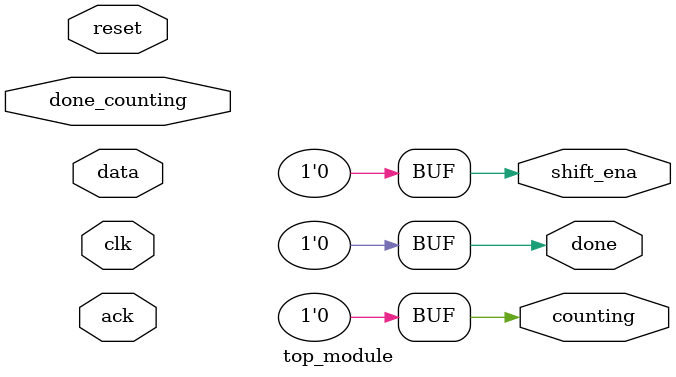
<source format=sv>
module top_module(
    input clk,
    input reset,
    input data,
    output reg shift_ena,
    output reg counting,
    input done_counting,
    output reg done,
    input ack );

    // Declare states for the finite-state machine
    typedef enum logic [2:0] {
        IDLE,
        DETECT_PATTERN,
        SHIFT_ENA,
        COUNTING,
        TIMER_DONE,
        WAIT_ACK
    } fsm_state;

    // Declare reg variables for the state machine
    reg [2:0] state;
    reg [3:0] counter;

    // Default values for outputs
    assign shift_ena = 1'b0;
    assign counting = 1'b0;
    assign done = 1'b0;

    // Synchronous reset
    always @(posedge clk) begin
        if (reset) begin
            state <= IDLE;
            counter <= 4'b0;
        end else begin
            case (state)
                IDLE: begin
                    if (data == 1'b1 && $past(data) == 1'b1 && $past($past(data)) == 1'b0) begin
                        state <= DETECT_PATTERN;
                    end else begin
                        state <= IDLE;
                    end
                end

                DETECT_PATTERN: begin
                    if (data == 1'b0 && $past(data) == 1'b1) begin
                        state <= SHIFT_ENA;
                    end else begin
                        state <= DETECT_PATTERN;
                    end
                end

                SHIFT_ENA: begin
                    if (counter < 4'b1111) begin
                        counter <= counter + 1'b1;
                        state <= SHIFT_ENA;
                    end else begin
                        counter <= 4'b0;
                        state <= COUNTING;
                    end
                end

                COUNTING: begin
                    if (done_counting) begin
                        state <= TIMER_DONE;
                    end else begin
                        state <= COUNTING;
                    end
                end

                TIMER_DONE: begin
                    if (ack) begin
                        state <= WAIT_ACK;
                    end else begin
                        state <= TIMER_DONE;
                    end
                end

                WAIT_ACK: begin
                    if (ack) begin
                        state <= IDLE;
                    end else begin
                        state <= WAIT_ACK;
                    end
                end
            endcase
        end
    end

    // Output assignment based on current state
    always @(state) begin
        case (state)
            IDLE: begin
                shift_ena <= 1'b0;
                counting <= 1'b0;
                done <= 1'b0;
            end

            DETECT_PATTERN: begin
                shift_ena <= 1'b0;
                counting <= 1'b0;
                done <= 1'b0;
            end

            SHIFT_ENA: begin
                shift_ena <= 1'b1;
                counting <= 1'b0;
                done <= 1'b0;
            end

            COUNTING: begin
                shift_ena <= 1'b0;
                counting <= 1'b1;
                done <= 1'b0;
            end

            TIMER_DONE: begin
                shift_ena <= 1'b0;
                counting <= 1'b0;
                done <= 1'b1;
            end

            WAIT_ACK: begin
                shift_ena <= 1'b0;
                counting <= 1'b0;
                done <= 1'b1;
            end
        endcase
    end

endmodule

</source>
